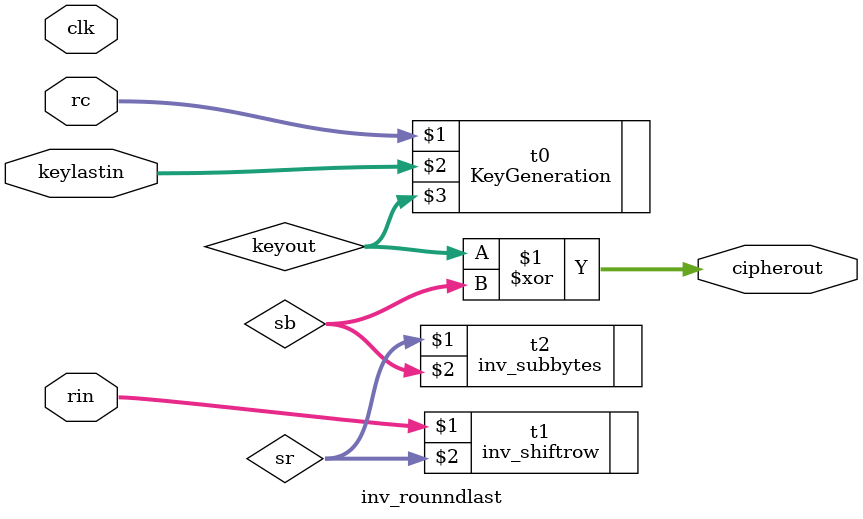
<source format=v>
`timescale 1ns / 1ps


module inv_rounndlast(clk,rc,rin,keylastin,cipherout);

input clk;
input [3:0]rc;
input [127:0]rin;
input [127:0]keylastin;
output [127:0]cipherout;

wire [127:0] sb,sr,keyout;

KeyGeneration t0(rc,keylastin,keyout);

inv_shiftrow t1(rin,sr);
inv_subbytes t2(sr,sb);
assign cipherout= keyout^sb;
endmodule

</source>
